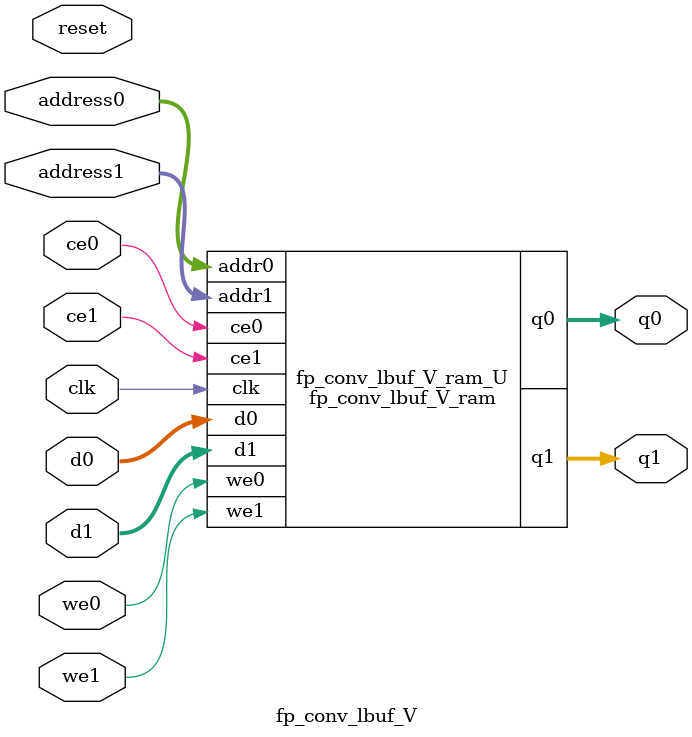
<source format=v>
`timescale 1 ns / 1 ps
module fp_conv_lbuf_V_ram (addr0, ce0, d0, we0, q0, addr1, ce1, d1, we1, q1,  clk);

parameter DWIDTH = 20;
parameter AWIDTH = 8;
parameter MEM_SIZE = 192;

input[AWIDTH-1:0] addr0;
input ce0;
input[DWIDTH-1:0] d0;
input we0;
output reg[DWIDTH-1:0] q0;
input[AWIDTH-1:0] addr1;
input ce1;
input[DWIDTH-1:0] d1;
input we1;
output reg[DWIDTH-1:0] q1;
input clk;

(* ram_style = "block" *)reg [DWIDTH-1:0] ram[0:MEM_SIZE-1];




always @(posedge clk)  
begin 
    if (ce0) 
    begin
        if (we0) 
        begin 
            ram[addr0] <= d0; 
        end 
        q0 <= ram[addr0];
    end
end


always @(posedge clk)  
begin 
    if (ce1) 
    begin
        if (we1) 
        begin 
            ram[addr1] <= d1; 
        end 
        q1 <= ram[addr1];
    end
end


endmodule

`timescale 1 ns / 1 ps
module fp_conv_lbuf_V(
    reset,
    clk,
    address0,
    ce0,
    we0,
    d0,
    q0,
    address1,
    ce1,
    we1,
    d1,
    q1);

parameter DataWidth = 32'd20;
parameter AddressRange = 32'd192;
parameter AddressWidth = 32'd8;
input reset;
input clk;
input[AddressWidth - 1:0] address0;
input ce0;
input we0;
input[DataWidth - 1:0] d0;
output[DataWidth - 1:0] q0;
input[AddressWidth - 1:0] address1;
input ce1;
input we1;
input[DataWidth - 1:0] d1;
output[DataWidth - 1:0] q1;



fp_conv_lbuf_V_ram fp_conv_lbuf_V_ram_U(
    .clk( clk ),
    .addr0( address0 ),
    .ce0( ce0 ),
    .we0( we0 ),
    .d0( d0 ),
    .q0( q0 ),
    .addr1( address1 ),
    .ce1( ce1 ),
    .we1( we1 ),
    .d1( d1 ),
    .q1( q1 ));

endmodule


</source>
